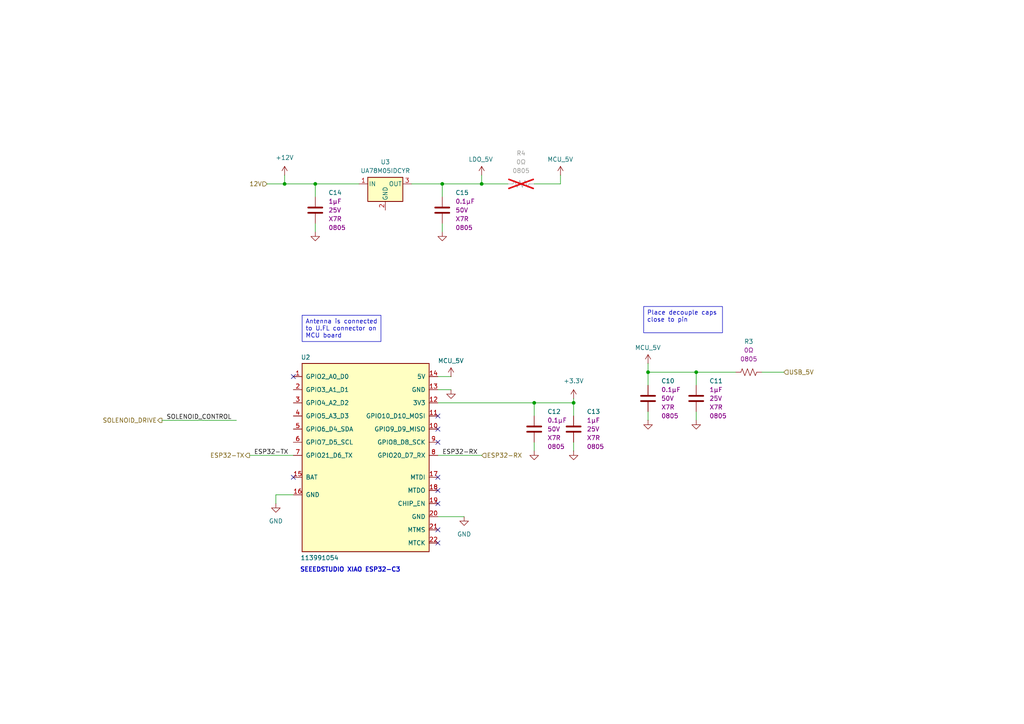
<source format=kicad_sch>
(kicad_sch (version 20231120) (generator "eeschema") (generator_version "8.0")
  (paper "A4")
  (lib_symbols
    (symbol "Capacitors_MLCC:CL21B104KBCNNNC" (pin_numbers hide) (pin_names (offset 0.254) hide)
      (property "Reference" "C" (at 4.826 4.318 0))
      (property "Capacitance" "0.1µF" (at 4.826 2.286 0))
      (property "Rated Voltage" "50V" (at 4.826 0 0))
      (property "Temperature Coefficient" "X7R" (at 4.826 -2.032 0))
      (property "Package" "0805" (at 4.826 -4.064 0))
      (symbol "CL21B104KBCNNNC_0_1"
        (polyline (pts (xy -2.032 -0.762) (xy 2.032 -0.762)) (stroke (width 0.508)))
        (polyline (pts (xy -2.032 0.762) (xy 2.032 0.762)) (stroke (width 0.508)))
      )
      (symbol "CL21B104KBCNNNC_1_1"
        (pin passive line (at 0 3.81 270) (length 2.794) (name "~") (number "1"))
        (pin passive line (at 0 -3.81 90) (length 2.794) (name "~") (number "2"))
      )
    )
    (symbol "Capacitors_MLCC:CL21B105KAFNNNE" (pin_numbers hide) (pin_names (offset 0.254) hide)
      (property "Reference" "C" (at 4.826 4.318 0))
      (property "Capacitance" "1µF" (at 4.826 2.286 0))
      (property "Rated Voltage" "25V" (at 4.826 0 0))
      (property "Temperature Coefficient" "X7R" (at 4.826 -2.032 0))
      (property "Package" "0805" (at 4.826 -4.064 0))
      (symbol "CL21B105KAFNNNE_0_1"
        (polyline (pts (xy -2.032 -0.762) (xy 2.032 -0.762)) (stroke (width 0.508)))
        (polyline (pts (xy -2.032 0.762) (xy 2.032 0.762)) (stroke (width 0.508)))
      )
      (symbol "CL21B105KAFNNNE_1_1"
        (pin passive line (at 0 3.81 270) (length 2.794) (name "~") (number "1"))
        (pin passive line (at 0 -3.81 90) (length 2.794) (name "~") (number "2"))
      )
    )
    (symbol "MCU_SeeedStudio_XIAO:XIAO-ESP32-C3-SMD" (pin_names (offset 1.016))
      (property "Reference" "U" (at -17.272 17.018 0))
      (property "Value" "113991054" (at -12.7 -41.148 0))
      (symbol "XIAO-ESP32-C3-SMD_1_1"
        (rectangle (start -17.78 15.24) (end 19.05 -39.37) (stroke (width 0.254)) (fill (type background)))
        (pin passive line (at -20.32 11.43 0) (length 2.54) (name "GPIO2_A0_D0") (number "1"))
        (pin passive line (at 21.59 -3.81 180) (length 2.54) (name "GPIO9_D9_MISO") (number "10"))
        (pin passive line (at 21.59 0 180) (length 2.54) (name "GPIO10_D10_MOSI") (number "11"))
        (pin passive line (at 21.59 3.81 180) (length 2.54) (name "3V3") (number "12"))
        (pin passive line (at 21.59 7.62 180) (length 2.54) (name "GND") (number "13"))
        (pin passive line (at 21.59 11.43 180) (length 2.54) (name "5V") (number "14"))
        (pin passive line (at -20.32 -17.78 0) (length 2.54) (name "BAT") (number "15"))
        (pin passive line (at -20.32 -22.86 0) (length 2.54) (name "GND") (number "16"))
        (pin passive line (at 21.59 -17.78 180) (length 2.54) (name "MTDI") (number "17"))
        (pin passive line (at 21.59 -21.59 180) (length 2.54) (name "MTDO") (number "18"))
        (pin passive line (at 21.59 -25.4 180) (length 2.54) (name "CHIP_EN") (number "19"))
        (pin passive line (at -20.32 7.62 0) (length 2.54) (name "GPIO3_A1_D1") (number "2"))
        (pin passive line (at 21.59 -29.21 180) (length 2.54) (name "GND") (number "20"))
        (pin passive line (at 21.59 -33.02 180) (length 2.54) (name "MTMS") (number "21"))
        (pin passive line (at 21.59 -36.83 180) (length 2.54) (name "MTCK") (number "22"))
        (pin passive line (at -20.32 3.81 0) (length 2.54) (name "GPIO4_A2_D2") (number "3"))
        (pin passive line (at -20.32 0 0) (length 2.54) (name "GPIO5_A3_D3") (number "4"))
        (pin passive line (at -20.32 -3.81 0) (length 2.54) (name "GPIO6_D4_SDA") (number "5"))
        (pin passive line (at -20.32 -7.62 0) (length 2.54) (name "GPIO7_D5_SCL") (number "6"))
        (pin passive line (at -20.32 -11.43 0) (length 2.54) (name "GPIO21_D6_TX") (number "7"))
        (pin passive line (at 21.59 -11.43 180) (length 2.54) (name "GPIO20_D7_RX") (number "8"))
        (pin passive line (at 21.59 -7.62 180) (length 2.54) (name "GPIO8_D8_SCK") (number "9"))
      )
    )
    (symbol "Regulator_Linear:UA78M05IDCYR" (pin_names (offset 0.254))
      (property "Reference" "U" (at -3.81 3.175 0))
      (property "Value" "UA78M05IDCYR" (at 0 3.175 0))
      (symbol "UA78M05IDCYR_0_1"
        (rectangle (start -5.08 1.905) (end 5.08 -5.08) (stroke (width 0.254)) (fill (type background)))
      )
      (symbol "UA78M05IDCYR_1_1"
        (pin power_in line (at -7.62 0 0) (length 2.54) (name "IN") (number "1"))
        (pin power_in line (at 0 -7.62 90) (length 2.54) (name "GND") (number "2"))
        (pin power_out line (at 7.62 0 180) (length 2.54) (name "OUT") (number "3"))
      )
    )
    (symbol "Resistors:RC0805JR-070RL" (pin_numbers hide) (pin_names (offset 1.016) hide)
      (property "Reference" "R" (at 2.54 3.556 0))
      (property "Resistance" "0Ω" (at 2.54 2.032 0))
      (property "Package" "0805" (at 2.54 -3.048 0))
      (symbol "RC0805JR-070RL_0_1"
        (polyline (pts (xy 0 -2.286) (xy 0 -2.54)))
        (polyline (pts (xy 0 2.286) (xy 0 2.54)))
        (polyline (pts (xy 0 -0.762) (xy 1.016 -1.143) (xy 0 -1.524) (xy -1.016 -1.905) (xy 0 -2.286)))
        (polyline (pts (xy 0 0.762) (xy 1.016 0.381) (xy 0 0) (xy -1.016 -0.381) (xy 0 -0.762)))
        (polyline (pts (xy 0 2.286) (xy 1.016 1.905) (xy 0 1.524) (xy -1.016 1.143) (xy 0 0.762)))
      )
      (symbol "RC0805JR-070RL_1_1"
        (pin passive line (at 0 3.81 270) (length 1.27) (name "~") (number "1"))
        (pin passive line (at 0 -3.81 90) (length 1.27) (name "~") (number "2"))
      )
    )
    (symbol "power:+12V" (power) (pin_numbers hide) (pin_names (offset 0) hide)
      (property "Value" "+12V" (at 0 3.556 0))
      (symbol "+12V_0_1"
        (polyline (pts (xy -0.762 1.27) (xy 0 2.54)))
        (polyline (pts (xy 0 0) (xy 0 2.54)))
        (polyline (pts (xy 0 2.54) (xy 0.762 1.27)))
      )
      (symbol "+12V_1_1"
        (pin power_in line (at 0 0 90) (length 0) (name "~") (number "1"))
      )
    )
    (symbol "power:+3.3V" (power) (pin_numbers hide) (pin_names (offset 0) hide)
      (property "Value" "+3.3V" (at 0 3.556 0))
      (symbol "+3.3V_0_1"
        (polyline (pts (xy -0.762 1.27) (xy 0 2.54)))
        (polyline (pts (xy 0 0) (xy 0 2.54)))
        (polyline (pts (xy 0 2.54) (xy 0.762 1.27)))
      )
      (symbol "+3.3V_1_1"
        (pin power_in line (at 0 0 90) (length 0) (name "~") (number "1"))
      )
    )
    (symbol "power:+5V" (power) (pin_numbers hide) (pin_names (offset 0) hide)
      (property "Value" "+5V" (at 0 3.556 0))
      (symbol "+5V_0_1"
        (polyline (pts (xy -0.762 1.27) (xy 0 2.54)))
        (polyline (pts (xy 0 0) (xy 0 2.54)))
        (polyline (pts (xy 0 2.54) (xy 0.762 1.27)))
      )
      (symbol "+5V_1_1"
        (pin power_in line (at 0 0 90) (length 0) (name "~") (number "1"))
      )
    )
    (symbol "power:GND" (power) (pin_numbers hide) (pin_names (offset 0) hide)
      (property "Value" "GND" (at 0 -3.81 0))
      (symbol "GND_0_1"
        (polyline (pts (xy 0 0) (xy 0 -1.27) (xy 1.27 -1.27) (xy 0 -2.54) (xy -1.27 -1.27) (xy 0 -1.27)))
      )
      (symbol "GND_1_1"
        (pin power_in line (at 0 0 270) (length 0) (name "~") (number "1"))
      )
    )
  )
  (junction (at 166.37 116.84))
  (junction (at 82.55 53.34))
  (junction (at 128.27 53.34))
  (junction (at 187.96 107.95))
  (junction (at 91.44 53.34))
  (junction (at 139.7 53.34))
  (junction (at 154.94 116.84))
  (junction (at 201.93 107.95))
  (no_connect (at 127 128.27))
  (no_connect (at 127 142.24))
  (no_connect (at 127 138.43))
  (no_connect (at 85.09 138.43))
  (no_connect (at 127 124.46))
  (no_connect (at 127 146.05))
  (no_connect (at 127 157.48))
  (no_connect (at 127 120.65))
  (no_connect (at 127 153.67))
  (no_connect (at 85.09 109.22))
  (wire (pts (xy 154.94 116.84) (xy 154.94 120.65)))
  (wire (pts (xy 91.44 64.77) (xy 91.44 67.31)))
  (wire (pts (xy 201.93 107.95) (xy 213.36 107.95)))
  (wire (pts (xy 187.96 105.41) (xy 187.96 107.95)))
  (wire (pts (xy 127 109.22) (xy 130.81 109.22)))
  (wire (pts (xy 154.94 53.34) (xy 162.56 53.34)))
  (wire (pts (xy 72.39 132.08) (xy 85.09 132.08)))
  (wire (pts (xy 162.56 50.8) (xy 162.56 53.34)))
  (wire (pts (xy 220.98 107.95) (xy 227.33 107.95)))
  (wire (pts (xy 127 132.08) (xy 139.7 132.08)))
  (wire (pts (xy 139.7 53.34) (xy 147.32 53.34)))
  (wire (pts (xy 187.96 107.95) (xy 201.93 107.95)))
  (wire (pts (xy 154.94 128.27) (xy 154.94 130.81)))
  (wire (pts (xy 166.37 116.84) (xy 166.37 120.65)))
  (wire (pts (xy 119.38 53.34) (xy 128.27 53.34)))
  (wire (pts (xy 82.55 53.34) (xy 91.44 53.34)))
  (wire (pts (xy 77.47 53.34) (xy 82.55 53.34)))
  (wire (pts (xy 134.62 149.86) (xy 127 149.86)))
  (wire (pts (xy 82.55 50.8) (xy 82.55 53.34)))
  (wire (pts (xy 80.01 143.51) (xy 85.09 143.51)))
  (wire (pts (xy 187.96 119.38) (xy 187.96 121.92)))
  (wire (pts (xy 128.27 53.34) (xy 128.27 57.15)))
  (wire (pts (xy 201.93 119.38) (xy 201.93 121.92)))
  (wire (pts (xy 104.14 53.34) (xy 91.44 53.34)))
  (wire (pts (xy 166.37 115.57) (xy 166.37 116.84)))
  (wire (pts (xy 128.27 64.77) (xy 128.27 67.31)))
  (wire (pts (xy 201.93 107.95) (xy 201.93 111.76)))
  (wire (pts (xy 127 113.03) (xy 130.81 113.03)))
  (wire (pts (xy 187.96 107.95) (xy 187.96 111.76)))
  (wire (pts (xy 80.01 146.05) (xy 80.01 143.51)))
  (wire (pts (xy 46.99 121.92) (xy 68.58 121.92)))
  (wire (pts (xy 139.7 50.8) (xy 139.7 53.34)))
  (wire (pts (xy 154.94 116.84) (xy 166.37 116.84)))
  (wire (pts (xy 166.37 128.27) (xy 166.37 130.81)))
  (wire (pts (xy 91.44 53.34) (xy 91.44 57.15)))
  (wire (pts (xy 127 116.84) (xy 154.94 116.84)))
  (wire (pts (xy 128.27 53.34) (xy 139.7 53.34)))
  (text_box "Antenna is connected to U.FL connector on MCU board" (at 87.63 91.44 0) (size 22.86 7.62) (effects (font (size 1.27 1.27)) (justify left top)))
  (text_box "Place decouple caps close to pin" (at 186.69 88.9 0) (size 22.86 7.62) (effects (font (size 1.27 1.27)) (justify left top)))
  (text "SEEEDSTUDIO XIAO ESP32-C3\n" (at 101.6 165.354 0) (effects (font (size 1.27 1.27) (thickness 0.254) (bold yes))))
  (label "SOLENOID_CONTROL" (at 48.26 121.92 0))
  (label "ESP32-TX" (at 73.66 132.08 0))
  (label "ESP32-RX" (at 128.27 132.08 0))
  (hierarchical_label "USB_5V" (shape input) (at 227.33 107.95 0))
  (hierarchical_label "SOLENOID_DRIVE" (shape output) (at 46.99 121.92 180))
  (hierarchical_label "ESP32-TX" (shape output) (at 72.39 132.08 180))
  (hierarchical_label "12V" (shape input) (at 77.47 53.34 180))
  (hierarchical_label "ESP32-RX" (shape input) (at 139.7 132.08 0))
  (symbol (lib_id "power:GND") (at 154.94 130.81 0) (unit 1)
    (property "Reference" "#PWR030" (effects (hide yes)))
    (property "Value" "GND" (effects (hide yes)))
    (property "Description" "Power symbol creates a global label with name \"GND\" , ground" (effects (hide yes)))
  )
  (symbol (lib_id "Capacitors_MLCC:CL21B104KBCNNNC") (at 128.27 60.96 0) (unit 1)
    (property "Reference" "C15" (at 132.08 55.8799 0) (effects (justify left)))
    (property "Value" "CL21B104KBCNNNC" (effects (hide yes)))
    (property "Footprint" "Capacitor_SMD:C_0805_2012Metric_Pad1.18x1.45mm_HandSolder" (effects (hide yes)))
    (property "Description" "CAP CER 0.1UF 50V X7R 0805" (effects (hide yes)))
    (property "Capacitance" "0.1µF" (at 132.08 58.4199 0) (effects (justify left)))
    (property "Rated Voltage" "50V" (at 132.08 60.9599 0) (effects (justify left)))
    (property "Temperature Coefficient" "X7R" (at 132.08 63.4999 0) (effects (justify left)))
    (property "Package" "0805" (at 132.08 66.0399 0) (effects (justify left)))
  )
  (symbol (lib_id "Capacitors_MLCC:CL21B105KAFNNNE") (at 201.93 115.57 0) (unit 1)
    (property "Reference" "C11" (at 205.74 110.4899 0) (effects (justify left)))
    (property "Value" "CL21B105KAFNNNE" (effects (hide yes)))
    (property "Footprint" "Capacitor_SMD:C_0805_2012Metric_Pad1.18x1.45mm_HandSolder" (effects (hide yes)))
    (property "Description" "CAP CER 1UF 25V X7R 0805" (effects (hide yes)))
    (property "Capacitance" "1µF" (at 205.74 113.0299 0) (effects (justify left)))
    (property "Rated Voltage" "25V" (at 205.74 115.5699 0) (effects (justify left)))
    (property "Temperature Coefficient" "X7R" (at 205.74 118.1099 0) (effects (justify left)))
    (property "Package" "0805" (at 205.74 120.6499 0) (effects (justify left)))
  )
  (symbol (lib_id "power:+12V") (at 82.55 50.8 0) (unit 1)
    (property "Reference" "#PWR034" (effects (hide yes)))
    (property "Value" "+12V" (at 82.55 45.72 0))
    (property "Description" "Power symbol creates a global label with name \"+12V\"" (effects (hide yes)))
  )
  (symbol (lib_id "Resistors:RC0805JR-070RL") (at 151.13 53.34 90) (unit 1) (dnp yes)
    (property "Reference" "R4" (at 151.13 44.45 90))
    (property "Value" "RC0805JR-070RL" (effects (hide yes)))
    (property "Footprint" "Resistor_SMD:R_0805_2012Metric_Pad1.20x1.40mm_HandSolder" (effects (hide yes)))
    (property "Description" "RES 0 OHM JUMPER 1/8W 0805" (effects (hide yes)))
    (property "PARTREV" "V.12" (effects (hide yes)))
    (property "STANDARD" "IPC 7351B" (effects (hide yes)))
    (property "MAXIMUM_PACKAGE_HEIGHT" "0.6 mm" (effects (hide yes)))
    (property "MANUFACTURER" "Yageo" (effects (hide yes)))
    (property "Resistance" "0Ω" (at 151.13 46.99 90))
    (property "Tolerance" "-" (effects (hide yes)))
    (property "Power" "1/8W" (effects (hide yes)))
    (property "Package" "0805" (at 151.13 49.53 90))
  )
  (symbol (lib_id "power:GND") (at 134.62 149.86 0) (unit 1)
    (property "Reference" "#PWR033" (effects (hide yes)))
    (property "Value" "GND" (at 134.62 154.94 0))
    (property "Description" "Power symbol creates a global label with name \"GND\" , ground" (effects (hide yes)))
  )
  (symbol (lib_id "power:+5V") (at 130.81 109.22 0) (unit 1)
    (property "Reference" "#PWR020" (effects (hide yes)))
    (property "Value" "MCU_5V" (at 127 104.648 0) (effects (justify left)))
    (property "Description" "Power symbol creates a global label with name \"+5V\"" (effects (hide yes)))
  )
  (symbol (lib_id "power:+5V") (at 187.96 105.41 0) (unit 1)
    (property "Reference" "#PWR022" (effects (hide yes)))
    (property "Value" "MCU_5V" (at 184.15 100.838 0) (effects (justify left)))
    (property "Description" "Power symbol creates a global label with name \"+5V\"" (effects (hide yes)))
  )
  (symbol (lib_id "Capacitors_MLCC:CL21B104KBCNNNC") (at 154.94 124.46 0) (unit 1)
    (property "Reference" "C12" (at 158.75 119.3799 0) (effects (justify left)))
    (property "Value" "CL21B104KBCNNNC" (effects (hide yes)))
    (property "Footprint" "Capacitor_SMD:C_0805_2012Metric_Pad1.18x1.45mm_HandSolder" (effects (hide yes)))
    (property "Description" "CAP CER 0.1UF 50V X7R 0805" (effects (hide yes)))
    (property "Capacitance" "0.1µF" (at 158.75 121.9199 0) (effects (justify left)))
    (property "Rated Voltage" "50V" (at 158.75 124.4599 0) (effects (justify left)))
    (property "Temperature Coefficient" "X7R" (at 158.75 126.9999 0) (effects (justify left)))
    (property "Package" "0805" (at 158.75 129.5399 0) (effects (justify left)))
  )
  (symbol (lib_id "power:GND") (at 128.27 67.31 0) (unit 1)
    (property "Reference" "#PWR023" (effects (hide yes)))
    (property "Value" "GND" (effects (hide yes)))
    (property "Description" "Power symbol creates a global label with name \"GND\" , ground" (effects (hide yes)))
  )
  (symbol (lib_id "power:GND") (at 91.44 67.31 0) (unit 1)
    (property "Reference" "#PWR021" (effects (hide yes)))
    (property "Value" "GND" (effects (hide yes)))
    (property "Description" "Power symbol creates a global label with name \"GND\" , ground" (effects (hide yes)))
  )
  (symbol (lib_id "power:GND") (at 166.37 130.81 0) (unit 1)
    (property "Reference" "#PWR031" (effects (hide yes)))
    (property "Value" "GND" (effects (hide yes)))
    (property "Description" "Power symbol creates a global label with name \"GND\" , ground" (effects (hide yes)))
  )
  (symbol (lib_id "MCU_SeeedStudio_XIAO:XIAO-ESP32-C3-SMD") (at 105.41 120.65 0) (unit 1)
    (property "Reference" "U2" (at 88.646 103.632 0))
    (property "Value" "113991054" (at 92.71 161.798 0))
    (property "Footprint" "SeeedStudio:XIAO-ESP32C3-SMD" (effects (hide yes)))
    (property "Description" "SEEEDSTUDIO XIAO ESP32C3 NO HDRS" (effects (hide yes)))
    (property "Other Name" "XIAO-ESP32-C3-SMD" (effects (hide yes)))
  )
  (symbol (lib_id "Capacitors_MLCC:CL21B105KAFNNNE") (at 91.44 60.96 0) (unit 1)
    (property "Reference" "C14" (at 95.25 55.8799 0) (effects (justify left)))
    (property "Value" "CL21B105KAFNNNE" (effects (hide yes)))
    (property "Footprint" "Capacitor_SMD:C_0805_2012Metric_Pad1.18x1.45mm_HandSolder" (effects (hide yes)))
    (property "Description" "CAP CER 1UF 25V X7R 0805" (effects (hide yes)))
    (property "Capacitance" "1µF" (at 95.25 58.4199 0) (effects (justify left)))
    (property "Rated Voltage" "25V" (at 95.25 60.9599 0) (effects (justify left)))
    (property "Temperature Coefficient" "X7R" (at 95.25 63.4999 0) (effects (justify left)))
    (property "Package" "0805" (at 95.25 66.0399 0) (effects (justify left)))
  )
  (symbol (lib_id "power:GND") (at 80.01 146.05 0) (unit 1)
    (property "Reference" "#PWR032" (effects (hide yes)))
    (property "Value" "GND" (at 80.01 151.13 0))
    (property "Description" "Power symbol creates a global label with name \"GND\" , ground" (effects (hide yes)))
  )
  (symbol (lib_id "power:+3.3V") (at 166.37 115.57 0) (unit 1)
    (property "Reference" "#PWR026" (effects (hide yes)))
    (property "Value" "+3.3V" (at 166.37 110.49 0))
    (property "Description" "Power symbol creates a global label with name \"+3.3V\"" (effects (hide yes)))
  )
  (symbol (lib_id "power:+5V") (at 139.7 50.8 0) (unit 1)
    (property "Reference" "#PWR024" (effects (hide yes)))
    (property "Value" "LDO_5V" (at 135.89 46.228 0) (effects (justify left)))
    (property "Description" "Power symbol creates a global label with name \"+5V\"" (effects (hide yes)))
  )
  (symbol (lib_id "power:GND") (at 187.96 121.92 0) (unit 1)
    (property "Reference" "#PWR027" (effects (hide yes)))
    (property "Value" "GND" (effects (hide yes)))
    (property "Description" "Power symbol creates a global label with name \"GND\" , ground" (effects (hide yes)))
  )
  (symbol (lib_id "Capacitors_MLCC:CL21B105KAFNNNE") (at 166.37 124.46 0) (unit 1)
    (property "Reference" "C13" (at 170.18 119.3799 0) (effects (justify left)))
    (property "Value" "CL21B105KAFNNNE" (effects (hide yes)))
    (property "Footprint" "Capacitor_SMD:C_0805_2012Metric_Pad1.18x1.45mm_HandSolder" (effects (hide yes)))
    (property "Description" "CAP CER 1UF 25V X7R 0805" (effects (hide yes)))
    (property "Capacitance" "1µF" (at 170.18 121.9199 0) (effects (justify left)))
    (property "Rated Voltage" "25V" (at 170.18 124.4599 0) (effects (justify left)))
    (property "Temperature Coefficient" "X7R" (at 170.18 126.9999 0) (effects (justify left)))
    (property "Package" "0805" (at 170.18 129.5399 0) (effects (justify left)))
  )
  (symbol (lib_id "Capacitors_MLCC:CL21B104KBCNNNC") (at 187.96 115.57 0) (unit 1)
    (property "Reference" "C10" (at 191.77 110.4899 0) (effects (justify left)))
    (property "Value" "CL21B104KBCNNNC" (effects (hide yes)))
    (property "Footprint" "Capacitor_SMD:C_0805_2012Metric_Pad1.18x1.45mm_HandSolder" (effects (hide yes)))
    (property "Description" "CAP CER 0.1UF 50V X7R 0805" (effects (hide yes)))
    (property "Capacitance" "0.1µF" (at 191.77 113.0299 0) (effects (justify left)))
    (property "Rated Voltage" "50V" (at 191.77 115.5699 0) (effects (justify left)))
    (property "Temperature Coefficient" "X7R" (at 191.77 118.1099 0) (effects (justify left)))
    (property "Package" "0805" (at 191.77 120.6499 0) (effects (justify left)))
  )
  (symbol (lib_id "power:GND") (at 201.93 121.92 0) (unit 1)
    (property "Reference" "#PWR028" (effects (hide yes)))
    (property "Value" "GND" (effects (hide yes)))
    (property "Description" "Power symbol creates a global label with name \"GND\" , ground" (effects (hide yes)))
  )
  (symbol (lib_id "Resistors:RC0805JR-070RL") (at 217.17 107.95 90) (unit 1)
    (property "Reference" "R3" (at 217.17 99.06 90))
    (property "Value" "RC0805JR-070RL" (effects (hide yes)))
    (property "Footprint" "Resistor_SMD:R_0805_2012Metric_Pad1.20x1.40mm_HandSolder" (effects (hide yes)))
    (property "Description" "RES 0 OHM JUMPER 1/8W 0805" (effects (hide yes)))
    (property "PARTREV" "V.12" (effects (hide yes)))
    (property "STANDARD" "IPC 7351B" (effects (hide yes)))
    (property "MAXIMUM_PACKAGE_HEIGHT" "0.6 mm" (effects (hide yes)))
    (property "MANUFACTURER" "Yageo" (effects (hide yes)))
    (property "Resistance" "0Ω" (at 217.17 101.6 90))
    (property "Tolerance" "-" (effects (hide yes)))
    (property "Power" "1/8W" (effects (hide yes)))
    (property "Package" "0805" (at 217.17 104.14 90))
  )
  (symbol (lib_id "power:GND") (at 130.81 113.03 0) (unit 1)
    (property "Reference" "#PWR025" (effects (hide yes)))
    (property "Value" "GND" (effects (hide yes)))
    (property "Description" "Power symbol creates a global label with name \"GND\" , ground" (effects (hide yes)))
  )
  (symbol (lib_id "power:+5V") (at 162.56 50.8 0) (unit 1)
    (property "Reference" "#PWR029" (effects (hide yes)))
    (property "Value" "MCU_5V" (at 158.75 46.228 0) (effects (justify left)))
    (property "Description" "Power symbol creates a global label with name \"+5V\"" (effects (hide yes)))
  )
  (symbol (lib_id "Regulator_Linear:UA78M05IDCYR") (at 111.76 53.34 0) (unit 1)
    (property "Reference" "U3" (at 111.76 46.99 0))
    (property "Value" "UA78M05IDCYR" (at 111.76 49.53 0))
    (property "Footprint" "Package_TO_SOT_SMD:SOT-223-3_TabPin2_UA78M05IDCYR" (effects (hide yes)))
    (property "Description" "500mA 80dB@(120Hz) Fixed 5V Positive electrode 25V SOT-223-3 Voltage Regulators - Linear, Low Drop Out (LDO) Regulators ROHS" (effects (hide yes)))
  )
)
</source>
